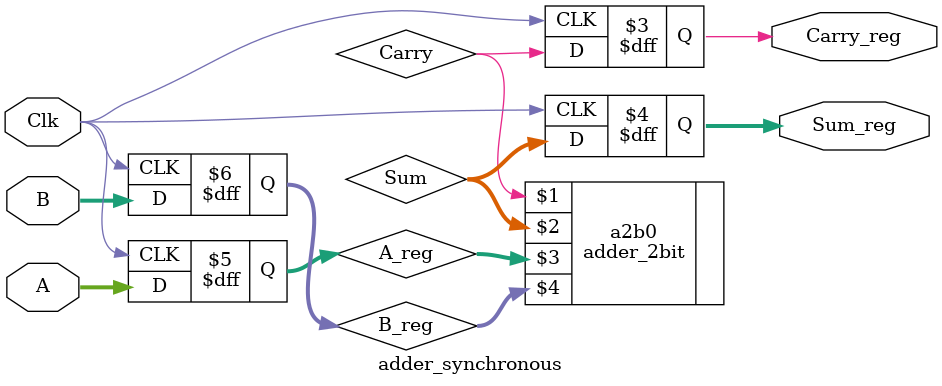
<source format=v>
`timescale 1ns / 1ps
module adder_synchronous(Carry_reg, Sum_reg, Clk, A, B);

	output reg Carry_reg;
	output reg [1:0] Sum_reg;
	
	input wire Clk;
	input wire [1:0] A,B;
	
	
	reg [1:0] A_reg, B_reg;
	wire Carry;
	wire [1:0] Sum;
	
	adder_2bit  a2b0(Carry, Sum, A_reg, B_reg);
	
	
	always@(posedge Clk)
		begin
			A_reg <= A;
			B_reg <= B;
		end
	
	
	always@(posedge Clk)
		begin
			Carry_reg <= Carry;
			Sum_reg <= Sum;
		end


endmodule

</source>
